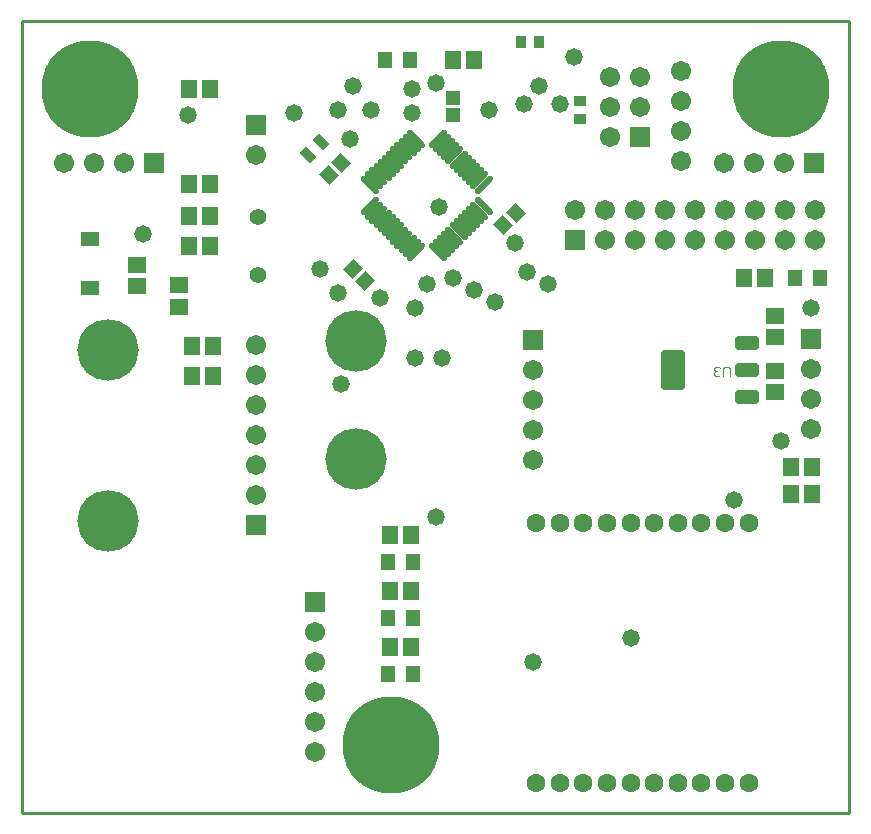
<source format=gts>
G04*
G04 #@! TF.GenerationSoftware,Altium Limited,Altium Designer,19.1.8 (144)*
G04*
G04 Layer_Color=8388736*
%FSLAX25Y25*%
%MOIN*%
G70*
G01*
G75*
%ADD13C,0.01000*%
%ADD14C,0.00394*%
%ADD29R,0.04343X0.03556*%
%ADD30R,0.03556X0.04343*%
G04:AMPARAMS|DCode=31|XSize=19.81mil|YSize=78.87mil|CornerRadius=0mil|HoleSize=0mil|Usage=FLASHONLY|Rotation=135.000|XOffset=0mil|YOffset=0mil|HoleType=Round|Shape=Round|*
%AMOVALD31*
21,1,0.05906,0.01981,0.00000,0.00000,225.0*
1,1,0.01981,0.02088,0.02088*
1,1,0.01981,-0.02088,-0.02088*
%
%ADD31OVALD31*%

G04:AMPARAMS|DCode=32|XSize=19.81mil|YSize=78.87mil|CornerRadius=0mil|HoleSize=0mil|Usage=FLASHONLY|Rotation=45.000|XOffset=0mil|YOffset=0mil|HoleType=Round|Shape=Round|*
%AMOVALD32*
21,1,0.05906,0.01981,0.00000,0.00000,135.0*
1,1,0.01981,0.02088,-0.02088*
1,1,0.01981,-0.02088,0.02088*
%
%ADD32OVALD32*%

%ADD33R,0.06312X0.04540*%
%ADD34R,0.05524X0.06312*%
G04:AMPARAMS|DCode=35|XSize=49.34mil|YSize=45.4mil|CornerRadius=0mil|HoleSize=0mil|Usage=FLASHONLY|Rotation=315.000|XOffset=0mil|YOffset=0mil|HoleType=Round|Shape=Rectangle|*
%AMROTATEDRECTD35*
4,1,4,-0.03350,0.00139,-0.00139,0.03350,0.03350,-0.00139,0.00139,-0.03350,-0.03350,0.00139,0.0*
%
%ADD35ROTATEDRECTD35*%

G04:AMPARAMS|DCode=36|XSize=49.34mil|YSize=29.65mil|CornerRadius=0mil|HoleSize=0mil|Usage=FLASHONLY|Rotation=315.000|XOffset=0mil|YOffset=0mil|HoleType=Round|Shape=Rectangle|*
%AMROTATEDRECTD36*
4,1,4,-0.02793,0.00696,-0.00696,0.02793,0.02793,-0.00696,0.00696,-0.02793,-0.02793,0.00696,0.0*
%
%ADD36ROTATEDRECTD36*%

G04:AMPARAMS|DCode=37|XSize=49.34mil|YSize=45.4mil|CornerRadius=0mil|HoleSize=0mil|Usage=FLASHONLY|Rotation=225.000|XOffset=0mil|YOffset=0mil|HoleType=Round|Shape=Rectangle|*
%AMROTATEDRECTD37*
4,1,4,0.00139,0.03350,0.03350,0.00139,-0.00139,-0.03350,-0.03350,-0.00139,0.00139,0.03350,0.0*
%
%ADD37ROTATEDRECTD37*%

%ADD38R,0.04934X0.04540*%
%ADD39R,0.06312X0.05524*%
%ADD40R,0.05131X0.05524*%
G04:AMPARAMS|DCode=41|XSize=133.98mil|YSize=76.9mil|CornerRadius=6.07mil|HoleSize=0mil|Usage=FLASHONLY|Rotation=270.000|XOffset=0mil|YOffset=0mil|HoleType=Round|Shape=RoundedRectangle|*
%AMROUNDEDRECTD41*
21,1,0.13398,0.06476,0,0,270.0*
21,1,0.12185,0.07690,0,0,270.0*
1,1,0.01213,-0.03238,-0.06093*
1,1,0.01213,-0.03238,0.06093*
1,1,0.01213,0.03238,0.06093*
1,1,0.01213,0.03238,-0.06093*
%
%ADD41ROUNDEDRECTD41*%
G04:AMPARAMS|DCode=42|XSize=43.43mil|YSize=76.9mil|CornerRadius=5.95mil|HoleSize=0mil|Usage=FLASHONLY|Rotation=270.000|XOffset=0mil|YOffset=0mil|HoleType=Round|Shape=RoundedRectangle|*
%AMROUNDEDRECTD42*
21,1,0.04343,0.06500,0,0,270.0*
21,1,0.03154,0.07690,0,0,270.0*
1,1,0.01190,-0.03250,-0.01577*
1,1,0.01190,-0.03250,0.01577*
1,1,0.01190,0.03250,0.01577*
1,1,0.01190,0.03250,-0.01577*
%
%ADD42ROUNDEDRECTD42*%
%ADD43C,0.06706*%
%ADD44R,0.06706X0.06706*%
%ADD45R,0.06706X0.06706*%
%ADD46C,0.06312*%
%ADD47C,0.32296*%
%ADD48C,0.05524*%
%ADD49C,0.20485*%
%ADD50C,0.05800*%
D13*
X-984Y0D02*
X0D01*
X-984Y263779D02*
X-984Y0D01*
X-984Y263779D02*
X274606D01*
Y0D02*
Y263779D01*
X0Y0D02*
X274606D01*
D14*
X234846Y145489D02*
Y148113D01*
X234322Y148638D01*
X233272D01*
X232747Y148113D01*
Y145489D01*
X231698Y146014D02*
X231173Y145489D01*
X230124D01*
X229599Y146014D01*
Y146539D01*
X230124Y147064D01*
X230648D01*
X230124D01*
X229599Y147588D01*
Y148113D01*
X230124Y148638D01*
X231173D01*
X231698Y148113D01*
D29*
X185039Y231299D02*
D03*
Y237205D02*
D03*
D30*
X165354Y256890D02*
D03*
X171260D02*
D03*
D31*
X114928Y202090D02*
D03*
X116320Y200698D02*
D03*
X117712Y199306D02*
D03*
X119104Y197914D02*
D03*
X120496Y196522D02*
D03*
X121888Y195130D02*
D03*
X123280Y193738D02*
D03*
X124671Y192346D02*
D03*
X126063Y190954D02*
D03*
X127455Y189562D02*
D03*
X128847Y188170D02*
D03*
X130239Y186778D02*
D03*
X152789Y209328D02*
D03*
X151397Y210720D02*
D03*
X150005Y212112D02*
D03*
X148613Y213504D02*
D03*
X147221Y214896D02*
D03*
X145829Y216287D02*
D03*
X144437Y217679D02*
D03*
X143045Y219071D02*
D03*
X141653Y220463D02*
D03*
X140261Y221855D02*
D03*
X138869Y223247D02*
D03*
X137477Y224639D02*
D03*
D32*
Y186778D02*
D03*
X138869Y188170D02*
D03*
X140261Y189562D02*
D03*
X141653Y190954D02*
D03*
X143045Y192346D02*
D03*
X144437Y193738D02*
D03*
X145829Y195130D02*
D03*
X147221Y196522D02*
D03*
X148613Y197914D02*
D03*
X150005Y199306D02*
D03*
X151397Y200698D02*
D03*
X152789Y202090D02*
D03*
X130239Y224639D02*
D03*
X128847Y223247D02*
D03*
X127455Y221855D02*
D03*
X126063Y220463D02*
D03*
X124671Y219071D02*
D03*
X123280Y217679D02*
D03*
X121888Y216287D02*
D03*
X120496Y214896D02*
D03*
X119104Y213504D02*
D03*
X117712Y212112D02*
D03*
X116320Y210720D02*
D03*
X114928Y209328D02*
D03*
D33*
X21654Y191240D02*
D03*
Y174902D02*
D03*
D34*
X55512Y155512D02*
D03*
X62598D02*
D03*
X55512Y145669D02*
D03*
X62598D02*
D03*
X61614Y241142D02*
D03*
X54528D02*
D03*
X61614Y209646D02*
D03*
X54528D02*
D03*
X54528Y198819D02*
D03*
X61614D02*
D03*
X54528Y188976D02*
D03*
X61614D02*
D03*
X142520Y250984D02*
D03*
X149606D02*
D03*
X246654Y178150D02*
D03*
X239567D02*
D03*
X262402Y115157D02*
D03*
X255315D02*
D03*
X262402Y106299D02*
D03*
X255315D02*
D03*
X128543Y92520D02*
D03*
X121457D02*
D03*
X128543Y73819D02*
D03*
X121457D02*
D03*
X128543Y55118D02*
D03*
X121457D02*
D03*
D35*
X163436Y199853D02*
D03*
X159399Y195816D02*
D03*
X101278Y212499D02*
D03*
X105315Y216535D02*
D03*
D36*
X98704Y223704D02*
D03*
X94110Y219110D02*
D03*
D37*
X113239Y177116D02*
D03*
X109202Y181152D02*
D03*
D38*
X142717Y238091D02*
D03*
Y232382D02*
D03*
D39*
X250000Y147244D02*
D03*
Y140157D02*
D03*
X250000Y158465D02*
D03*
Y165551D02*
D03*
X51181Y175787D02*
D03*
Y168701D02*
D03*
X37402Y182677D02*
D03*
Y175591D02*
D03*
D40*
X128150Y250984D02*
D03*
X119882D02*
D03*
X256693Y178150D02*
D03*
X264961D02*
D03*
X129134Y83661D02*
D03*
X120866D02*
D03*
X129134Y64961D02*
D03*
X120866D02*
D03*
X129134Y46260D02*
D03*
X120866D02*
D03*
D41*
X216043Y147638D02*
D03*
D42*
X240650Y156693D02*
D03*
Y147638D02*
D03*
Y138583D02*
D03*
D43*
X232795Y216535D02*
D03*
X242795D02*
D03*
X252795D02*
D03*
X12835D02*
D03*
X22835D02*
D03*
X32835D02*
D03*
X76772Y219331D02*
D03*
X263425Y200787D02*
D03*
Y190787D02*
D03*
X253425Y200787D02*
D03*
Y190787D02*
D03*
X243425Y200787D02*
D03*
Y190787D02*
D03*
X233425Y200787D02*
D03*
Y190787D02*
D03*
X223425Y200787D02*
D03*
Y190787D02*
D03*
X213425Y200787D02*
D03*
Y190787D02*
D03*
X203425Y200787D02*
D03*
Y190787D02*
D03*
X193425Y200787D02*
D03*
Y190787D02*
D03*
X183425Y200787D02*
D03*
X218504Y217047D02*
D03*
Y227047D02*
D03*
Y237047D02*
D03*
Y247047D02*
D03*
X96457Y60197D02*
D03*
Y50197D02*
D03*
Y40197D02*
D03*
Y30197D02*
D03*
Y20197D02*
D03*
X76772Y155827D02*
D03*
Y145827D02*
D03*
Y135827D02*
D03*
Y125827D02*
D03*
Y105827D02*
D03*
Y115827D02*
D03*
X169291Y147480D02*
D03*
Y137480D02*
D03*
Y127480D02*
D03*
Y117480D02*
D03*
X194882Y245236D02*
D03*
X204882D02*
D03*
X194882Y235236D02*
D03*
X204882D02*
D03*
X194882Y225236D02*
D03*
X261811Y147795D02*
D03*
Y137795D02*
D03*
Y127795D02*
D03*
D44*
X262795Y216535D02*
D03*
X42835D02*
D03*
X183425Y190787D02*
D03*
D45*
X76772Y229331D02*
D03*
X96457Y70197D02*
D03*
X76772Y95827D02*
D03*
X169291Y157480D02*
D03*
X204882Y225236D02*
D03*
X261811Y157795D02*
D03*
D46*
X241142Y9843D02*
D03*
X233268D02*
D03*
X225394D02*
D03*
X217520D02*
D03*
X209646D02*
D03*
X201772D02*
D03*
X193898D02*
D03*
X186024D02*
D03*
X178150D02*
D03*
X170276D02*
D03*
Y96457D02*
D03*
X178150D02*
D03*
X186024D02*
D03*
X193898D02*
D03*
X201772D02*
D03*
X209646D02*
D03*
X217520D02*
D03*
X225394D02*
D03*
X233268D02*
D03*
X241142D02*
D03*
D47*
X122047Y22638D02*
D03*
X251969Y241142D02*
D03*
X21654D02*
D03*
D48*
X77756Y179370D02*
D03*
Y198583D02*
D03*
D49*
X27559Y154213D02*
D03*
Y97126D02*
D03*
X110236Y157323D02*
D03*
Y117953D02*
D03*
D50*
X178150Y236221D02*
D03*
X163386Y189961D02*
D03*
X183071Y251969D02*
D03*
X137795Y201771D02*
D03*
X39370Y192913D02*
D03*
X169291Y50197D02*
D03*
X201772Y58071D02*
D03*
X136811Y98425D02*
D03*
X105315Y142717D02*
D03*
X251969Y124016D02*
D03*
X129921Y151575D02*
D03*
X138779D02*
D03*
X174213Y176181D02*
D03*
X167323Y180118D02*
D03*
X149606Y174213D02*
D03*
X142717Y178150D02*
D03*
X133858Y176181D02*
D03*
X129921Y168307D02*
D03*
X156496Y170276D02*
D03*
X171260Y242126D02*
D03*
X166339Y236221D02*
D03*
X236221Y104331D02*
D03*
X261811Y168307D02*
D03*
X154528Y234252D02*
D03*
X136811Y243110D02*
D03*
X128937Y241142D02*
D03*
Y233268D02*
D03*
X104331Y173228D02*
D03*
X98425Y181102D02*
D03*
X89567Y233268D02*
D03*
X54429Y232579D02*
D03*
X104331Y234252D02*
D03*
X109252Y242126D02*
D03*
X115157Y234252D02*
D03*
X108198Y224410D02*
D03*
X118294Y171444D02*
D03*
M02*

</source>
